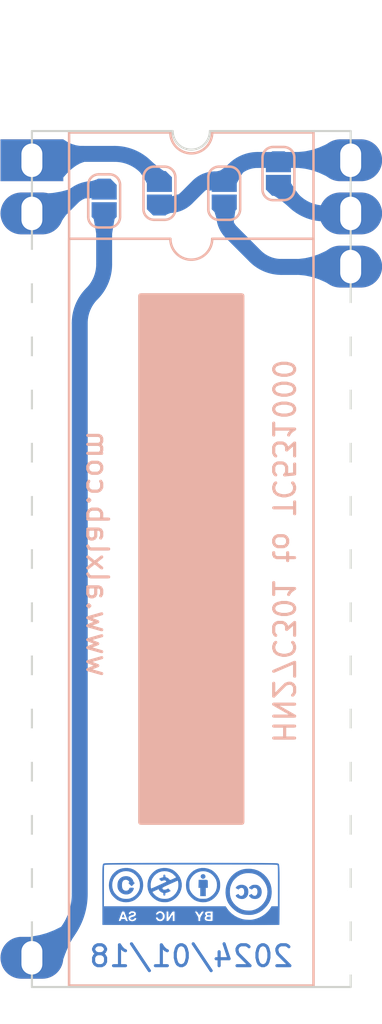
<source format=kicad_pcb>
(kicad_pcb (version 20221018) (generator pcbnew)
  (layers (0 "F.Cu" signal) (31 "B.Cu" signal) (34 "B.Paste" user) (35 "F.Paste" user) (36 "B.SilkS" user "B.Silkscreen") (37 "F.SilkS" user "F.Silkscreen") (38 "B.Mask" user) (39 "F.Mask" user) (44 "Edge.Cuts" user))
  (net 0 "")
  (net 1 "Net-(JP1-A)")
  (net 2 "VCC")
  (net 3 "Net-(JP2-B)")
  (net 4 "Net-(JP3-B)")
  (net 5 "Net-(JP4-A)")
  (net 6 "GND")
  (footprint "alxlab:HN27C301-to-TC531000_DIP-32_W15.24mm_LongPads" (layer "F.Cu") (at 132.588 75.311)
    (fp_text reference "U1" hide)
    (fp_text value "HN27C301")
    (fp_line (start 1.778 -1.33) (end 1.778 39.43) (stroke (width 0.12)) (layer "B.SilkS"))
    (fp_line (start 1.778 39.43) (end 13.462 39.43) (stroke (width 0.12)) (layer "B.SilkS"))
    (fp_line (start 6.62 -1.33) (end 1.778 -1.33) (stroke (width 0.12)) (layer "B.SilkS"))
    (fp_line (start 13.462 -1.33) (end 8.62 -1.33) (stroke (width 0.12)) (layer "B.SilkS"))
    (fp_line (start 13.462 39.43) (end 13.462 -1.33) (stroke (width 0.12)) (layer "B.SilkS"))
    (fp_arc (start 8.62 -1.33) (mid 7.62 -0.33) (end 6.62 -1.33) (stroke (width 0.12)) (layer "B.SilkS"))
    (pad "1" thru_hole rect (at 0 0) (size 3 2) (drill oval 1 1.6) (layers "*.Cu" "*.Mask") (net 4 "Net-(JP3-B)"))
    (pad "2" thru_hole oval (at 0 2.54) (size 3 2) (drill oval 1 1.6) (layers "*.Cu" "*.Mask") (net 5 "Net-(JP4-A)"))
    (pad "31" thru_hole oval (at 15.24 2.54) (size 3 2) (drill oval 1 1.6) (layers "*.Cu" "*.Mask") (net 3 "Net-(JP2-B)"))
    (pad "32" thru_hole oval (at 15.24 0) (size 3 2) (drill oval 1 1.6) (layers "*.Cu" "*.Mask") (net 2 "VCC"))
  )
  (footprint "alxlab:cc_by_nc_sa_front_silk_screen" (layer "F.Cu") (at 140.208 110.363)
    (fp_text reference "G***" hide)
    (fp_text value "LOGO" hide)
    (fp_poly (pts (xy 0.783302 1.094047) (xy 0.744868 1.115907) (xy 0.730096 1.151219) (xy 0.729979 1.155297) (xy 0.73926 1.186906) (xy 0.76894 1.205737) (xy 0.821775 1.213266) (xy 0.838635 1.213556) (xy 0.913423 1.213556) (xy 0.913423 1.086556) (xy 0.843876 1.086556) (xy 0.783302 1.094047)) (stroke (width 0.01)) (fill solid) (layer "B.Cu"))
    (fp_poly (pts (xy 0.83934 0.920013) (xy 0.796254 0.923414) (xy 0.774275 0.930143) (xy 0.766308 0.944662) (xy 0.765257 0.966611) (xy 0.766868 0.991325) (xy 0.776429 1.004435) (xy 0.801035 1.010404) (xy 0.83934 1.01321) (xy 0.913423 1.017475) (xy 0.913423 0.915748) (xy 0.83934 0.920013)) (stroke (width 0.01)) (fill solid) (layer "B.Cu"))
    (fp_poly (pts (xy -3.271649 0.993716) (xy -3.282685 1.023748) (xy -3.295982 1.064899) (xy -3.304338 1.094848) (xy -3.305799 1.103181) (xy -3.293283 1.110478) (xy -3.262059 1.114503) (xy -3.24998 1.114778) (xy -3.194162 1.114778) (xy -3.214205 1.05797) (xy -3.233946 1.004913) (xy -3.248237 0.97745) (xy -3.259872 0.974184) (xy -3.271649 0.993716)) (stroke (width 0.01)) (fill solid) (layer "B.Cu"))
    (fp_poly (pts (xy 0.514009 -0.934167) (xy 0.476398 -0.904783) (xy 0.455336 -0.863967) (xy 0.454167 -0.818391) (xy 0.476232 -0.77473) (xy 0.478203 -0.772498) (xy 0.521553 -0.736928) (xy 0.56638 -0.727687) (xy 0.611451 -0.739932) (xy 0.651794 -0.769725) (xy 0.671645 -0.810339) (xy 0.672548 -0.854967) (xy 0.656047 -0.8968) (xy 0.623687 -0.929028) (xy 0.577013 -0.944844) (xy 0.564827 -0.945444) (xy 0.514009 -0.934167)) (stroke (width 0.01)) (fill solid) (layer "B.Cu"))
    (fp_poly (pts (xy 0.551652 -0.674214) (xy 0.356035 -0.670278) (xy 0.352097 -0.483305) (xy 0.34816 -0.296333) (xy 0.433646 -0.296333) (xy 0.433646 0.098778) (xy 0.687646 0.098778) (xy 0.687646 -0.296333) (xy 0.786423 -0.296333) (xy 0.786423 -0.470994) (xy 0.785557 -0.550553) (xy 0.782691 -0.605855) (xy 0.777422 -0.640821) (xy 0.769349 -0.659372) (xy 0.766846 -0.661903) (xy 0.743167 -0.669354) (xy 0.693365 -0.673706) (xy 0.61671 -0.675001) (xy 0.551652 -0.674214)) (stroke (width 0.01)) (fill solid) (layer "B.Cu"))
    (fp_poly (pts (xy 2.346424 -0.434383) (xy 2.263507 -0.412317) (xy 2.192905 -0.371679) (xy 2.176756 -0.357429) (xy 2.147789 -0.326821) (xy 2.129841 -0.303092) (xy 2.126979 -0.295924) (xy 2.138525 -0.282669) (xy 2.168154 -0.262836) (xy 2.1935 -0.248956) (xy 2.260021 -0.215149) (xy 2.297939 -0.255741) (xy 2.345394 -0.287408) (xy 2.402822 -0.297585) (xy 2.460296 -0.284789) (xy 2.467768 -0.281086) (xy 2.499672 -0.249492) (xy 2.522099 -0.198695) (xy 2.533898 -0.136461) (xy 2.533919 -0.070553) (xy 2.521014 -0.008735) (xy 2.511485 0.014095) (xy 2.474649 0.061674) (xy 2.426111 0.088973) (xy 2.372721 0.095141) (xy 2.321328 0.079329) (xy 2.28029 0.042767) (xy 2.250274 0.002167) (xy 2.188626 0.032118) (xy 2.148355 0.053465) (xy 2.130947 0.071082) (xy 2.133267 0.092216) (xy 2.150148 0.121019) (xy 2.196183 0.168044) (xy 2.261457 0.204372) (xy 2.33836 0.228004) (xy 2.41928 0.23694) (xy 2.496608 0.229181) (xy 2.527209 0.220085) (xy 2.604993 0.176975) (xy 2.664445 0.1135) (xy 2.704283 0.031783) (xy 2.723227 -0.066054) (xy 2.72468 -0.107222) (xy 2.715201 -0.205642) (xy 2.686643 -0.285361) (xy 2.637374 -0.349865) (xy 2.594812 -0.384363) (xy 2.519503 -0.420885) (xy 2.434232 -0.437398) (xy 2.346424 -0.434383)) (stroke (width 0.01)) (fill solid) (layer "B.Cu"))
    (fp_poly (pts (xy 2.955837 -0.430169) (xy 2.923701 -0.42315) (xy 2.888595 -0.406461) (xy 2.84771 -0.379884) (xy 2.808252 -0.34913) (xy 2.777428 -0.319909) (xy 2.762442 -0.297935) (xy 2.761979 -0.294962) (xy 2.773512 -0.282257) (xy 2.803109 -0.262789) (xy 2.8285 -0.248956) (xy 2.895021 -0.215149) (xy 2.932939 -0.255741) (xy 2.980828 -0.289187) (xy 3.034427 -0.299073) (xy 3.086536 -0.286643) (xy 3.129955 -0.25314) (xy 3.151229 -0.218039) (xy 3.169042 -0.149953) (xy 3.169837 -0.079033) (xy 3.155265 -0.012355) (xy 3.126974 0.043006) (xy 3.086611 0.079973) (xy 3.081128 0.082793) (xy 3.030951 0.092871) (xy 2.976361 0.083359) (xy 2.929011 0.057464) (xy 2.908949 0.035432) (xy 2.886699 0.001475) (xy 2.824339 0.031771) (xy 2.788162 0.052275) (xy 2.76566 0.070663) (xy 2.761979 0.077744) (xy 2.772356 0.09947) (xy 2.798837 0.130614) (xy 2.834447 0.16435) (xy 2.872212 0.193852) (xy 2.894539 0.207487) (xy 2.946536 0.224633) (xy 3.013551 0.233858) (xy 3.083335 0.234521) (xy 3.143641 0.225983) (xy 3.158712 0.221287) (xy 3.241355 0.178906) (xy 3.301669 0.121147) (xy 3.340711 0.046342) (xy 3.359536 -0.047174) (xy 3.361701 -0.099154) (xy 3.351821 -0.20086) (xy 3.321371 -0.284673) (xy 3.26914 -0.353235) (xy 3.230358 -0.385642) (xy 3.190232 -0.411115) (xy 3.150947 -0.425689) (xy 3.100536 -0.433115) (xy 3.072896 -0.435021) (xy 3.012111 -0.435289) (xy 2.955837 -0.430169)) (stroke (width 0.01)) (fill solid) (layer "B.Cu"))
    (fp_poly (pts (xy -3.230489 -0.83582) (xy -3.325989 -0.799392) (xy -3.405972 -0.739591) (xy -3.469577 -0.656959) (xy -3.492003 -0.613833) (xy -3.514109 -0.542928) (xy -3.525169 -0.457479) (xy -3.525108 -0.367908) (xy -3.513854 -0.284634) (xy -3.494736 -0.225061) (xy -3.437879 -0.133601) (xy -3.36267 -0.061429) (xy -3.273075 -0.010562) (xy -3.173065 0.016983) (xy -3.066606 0.019188) (xy -3.026176 0.013138) (xy -2.937923 -0.018059) (xy -2.861072 -0.072496) (xy -2.800799 -0.145889) (xy -2.77611 -0.193927) (xy -2.757783 -0.243163) (xy -2.755311 -0.27352) (xy -2.772033 -0.289489) (xy -2.811286 -0.295563) (xy -2.852202 -0.296333) (xy -2.903274 -0.295833) (xy -2.933173 -0.292427) (xy -2.948944 -0.283254) (xy -2.957636 -0.265455) (xy -2.961679 -0.251908) (xy -2.990229 -0.199241) (xy -3.039102 -0.164812) (xy -3.105839 -0.1502) (xy -3.120634 -0.149795) (xy -3.19356 -0.16078) (xy -3.249708 -0.193925) (xy -3.289286 -0.249515) (xy -3.312506 -0.327836) (xy -3.3196 -0.420259) (xy -3.313927 -0.509557) (xy -3.295303 -0.577697) (xy -3.262236 -0.629309) (xy -3.247645 -0.643731) (xy -3.191953 -0.67588) (xy -3.128303 -0.685209) (xy -3.064317 -0.672432) (xy -3.007615 -0.638262) (xy -2.989329 -0.61954) (xy -2.960734 -0.578248) (xy -2.955223 -0.550445) (xy -2.972858 -0.537212) (xy -2.984618 -0.536222) (xy -2.997646 -0.533647) (xy -2.997051 -0.523528) (xy -2.980644 -0.502272) (xy -2.946234 -0.466288) (xy -2.935229 -0.455237) (xy -2.854243 -0.374251) (xy -2.773258 -0.455237) (xy -2.734173 -0.495527) (xy -2.713909 -0.520227) (xy -2.710351 -0.532677) (xy -2.721387 -0.536218) (xy -2.722035 -0.536222) (xy -2.743103 -0.542797) (xy -2.758674 -0.566657) (xy -2.769447 -0.59926) (xy -2.807932 -0.688841) (xy -2.866882 -0.760085) (xy -2.944029 -0.811384) (xy -3.03711 -0.841129) (xy -3.120335 -0.84833) (xy -3.230489 -0.83582)) (stroke (width 0.01)) (fill solid) (layer "B.Cu"))
    (fp_poly (pts (xy -3.161643 -1.238197) (xy -3.290594 -1.223405) (xy -3.404156 -1.192699) (xy -3.511958 -1.143233) (xy -3.5426 -1.125526) (xy -3.660459 -1.038881) (xy -3.758516 -0.934727) (xy -3.835938 -0.81645) (xy -3.891896 -0.687434) (xy -3.925556 -0.551066) (xy -3.936087 -0.410731) (xy -3.922659 -0.269815) (xy -3.884439 -0.131703) (xy -3.820596 0.000219) (xy -3.819523 0.001994) (xy -3.768571 0.071969) (xy -3.700346 0.146056) (xy -3.623113 0.216353) (xy -3.545139 0.27496) (xy -3.51338 0.294634) (xy -3.394411 0.347682) (xy -3.26209 0.380484) (xy -3.123585 0.392173) (xy -2.986063 0.381879) (xy -2.915584 0.367097) (xy -2.818886 0.337076) (xy -2.735893 0.299527) (xy -2.658634 0.249694) (xy -2.579136 0.182821) (xy -2.53398 0.139451) (xy -2.438938 0.026991) (xy -2.369363 -0.09684) (xy -2.324874 -0.232993) (xy -2.305088 -0.382419) (xy -2.30391 -0.431867) (xy -2.303942 -0.43229) (xy -2.448565 -0.43229) (xy -2.457717 -0.310927) (xy -2.489167 -0.1936) (xy -2.542187 -0.083336) (xy -2.616047 0.016838) (xy -2.710018 0.103894) (xy -2.823369 0.174805) (xy -2.917559 0.214506) (xy -2.989366 0.230893) (xy -3.077517 0.238392) (xy -3.171536 0.23691) (xy -3.260947 0.22635) (xy -3.299306 0.217989) (xy -3.383826 0.189626) (xy -3.461235 0.148613) (xy -3.539917 0.090077) (xy -3.580116 0.054766) (xy -3.669564 -0.044444) (xy -3.733451 -0.155408) (xy -3.771989 -0.278623) (xy -3.785393 -0.414585) (xy -3.785409 -0.421063) (xy -3.774359 -0.555826) (xy -3.740514 -0.676172) (xy -3.68217 -0.786166) (xy -3.597619 -0.889874) (xy -3.582039 -0.905666) (xy -3.478105 -0.989997) (xy -3.363511 -1.049993) (xy -3.241839 -1.085685) (xy -3.116669 -1.097104) (xy -2.991583 -1.084283) (xy -2.870161 -1.047251) (xy -2.755985 -0.98604) (xy -2.652635 -0.900682) (xy -2.649546 -0.897551) (xy -2.562204 -0.790319) (xy -2.500079 -0.675013) (xy -2.462443 -0.554661) (xy -2.448565 -0.43229) (xy -2.303942 -0.43229) (xy -2.314897 -0.576195) (xy -2.348844 -0.707659) (xy -2.40723 -0.829725) (xy -2.491531 -0.945858) (xy -2.550187 -1.009167) (xy -2.66162 -1.104925) (xy -2.77976 -1.174367) (xy -2.9074 -1.218538) (xy -3.047332 -1.238484) (xy -3.161643 -1.238197)) (stroke (width 0.01)) (fill solid) (layer "B.Cu"))
    (fp_poly (pts (xy 0.364369 -1.217938) (xy 0.230109 -1.172392) (xy 0.105583 -1.103776) (xy -0.006174 -1.012874) (xy -0.102129 -0.900469) (xy -0.114743 -0.882143) (xy -0.176838 -0.776504) (xy -0.21832 -0.672801) (xy -0.241778 -0.562243) (xy -0.249803 -0.436036) (xy -0.249856 -0.423333) (xy -0.241888 -0.287254) (xy -0.216794 -0.168243) (xy -0.17279 -0.059679) (xy -0.133708 0.007642) (xy -0.071658 0.088695) (xy 0.007302 0.170339) (xy 0.093569 0.243495) (xy 0.170319 0.295034) (xy 0.282814 0.345239) (xy 0.41046 0.377999) (xy 0.545294 0.392064) (xy 0.679353 0.386181) (xy 0.715868 0.380754) (xy 0.845247 0.344486) (xy 0.968798 0.283576) (xy 1.082787 0.201526) (xy 1.183481 0.10184) (xy 1.267143 -0.011981) (xy 1.330041 -0.136434) (xy 1.358077 -0.221589) (xy 1.372092 -0.30243) (xy 1.378043 -0.398398) (xy 1.3777 -0.414661) (xy 1.233396 -0.414661) (xy 1.220691 -0.290517) (xy 1.187353 -0.174009) (xy 1.154799 -0.105833) (xy 1.094461 -0.020522) (xy 1.016069 0.060483) (xy 0.92651 0.131753) (xy 0.832669 0.187858) (xy 0.741432 0.223366) (xy 0.735373 0.224927) (xy 0.697822 0.230424) (xy 0.641089 0.234217) (xy 0.574188 0.235836) (xy 0.531413 0.23554) (xy 0.462508 0.233544) (xy 0.412704 0.229498) (xy 0.372879 0.221427) (xy 0.333913 0.207358) (xy 0.286682 0.185316) (xy 0.276733 0.180416) (xy 0.168932 0.112994) (xy 0.071491 0.024702) (xy -0.008955 -0.077732) (xy -0.049991 -0.150818) (xy -0.069054 -0.192473) (xy -0.081888 -0.226968) (xy -0.089722 -0.261658) (xy -0.093786 -0.303899) (xy -0.095308 -0.361046) (xy -0.095521 -0.423333) (xy -0.095231 -0.497305) (xy -0.093453 -0.550575) (xy -0.088827 -0.590665) (xy -0.079994 -0.625094) (xy -0.065594 -0.661382) (xy -0.044265 -0.707052) (xy -0.044176 -0.707239) (xy 0.024967 -0.821779) (xy 0.111954 -0.917406) (xy 0.213344 -0.99323) (xy 0.325696 -1.048364) (xy 0.44557 -1.081918) (xy 0.569523 -1.093004) (xy 0.694115 -1.080733) (xy 0.815906 -1.044217) (xy 0.931454 -0.982567) (xy 0.955793 -0.965471) (xy 1.037375 -0.893285) (xy 1.111147 -0.805325) (xy 1.169806 -0.711067) (xy 1.194699 -0.655456) (xy 1.224916 -0.538841) (xy 1.233396 -0.414661) (xy 1.3777 -0.414661) (xy 1.375948 -0.497582) (xy 1.365821 -0.588067) (xy 1.357523 -0.627206) (xy 1.313738 -0.748428) (xy 1.24858 -0.865658) (xy 1.166522 -0.973278) (xy 1.07204 -1.065673) (xy 0.969608 -1.137225) (xy 0.938043 -1.153764) (xy 0.795199 -1.208327) (xy 0.649949 -1.236688) (xy 0.505327 -1.239631) (xy 0.364369 -1.217938)) (stroke (width 0.01)) (fill solid) (layer "B.Cu"))
    (fp_poly (pts (xy 2.62906 -1.197405) (xy 2.513365 -1.182743) (xy 2.405397 -1.15577) (xy 2.325578 -1.127211) (xy 2.171756 -1.051252) (xy 2.034533 -0.953945) (xy 1.91537 -0.83776) (xy 1.815727 -0.705168) (xy 1.737065 -0.558638) (xy 1.680845 -0.400641) (xy 1.648528 -0.233647) (xy 1.641574 -0.060127) (xy 1.647176 0.020072) (xy 1.670329 0.168685) (xy 1.70846 0.299788) (xy 1.764484 0.41936) (xy 1.841314 0.53338) (xy 1.941865 0.647829) (xy 1.964054 0.670278) (xy 2.07155 0.76877) (xy 2.175842 0.845252) (xy 2.283953 0.904016) (xy 2.402903 0.949356) (xy 2.437423 0.959749) (xy 2.527094 0.978971) (xy 2.632868 0.991498) (xy 2.744532 0.996909) (xy 2.851873 0.994778) (xy 2.944678 0.984685) (xy 2.961562 0.981472) (xy 3.119067 0.936557) (xy 3.263154 0.869532) (xy 3.397711 0.778265) (xy 3.503109 0.684389) (xy 3.619269 0.5565) (xy 3.709013 0.427051) (xy 3.77404 0.292017) (xy 3.81605 0.147374) (xy 3.836741 -0.010904) (xy 3.839635 -0.112889) (xy 3.838849 -0.123213) (xy 3.646552 -0.123213) (xy 3.636378 0.028989) (xy 3.598511 0.182367) (xy 3.594701 0.193419) (xy 3.533178 0.327483) (xy 3.448263 0.451295) (xy 3.343832 0.561542) (xy 3.223763 0.654914) (xy 3.091935 0.728098) (xy 2.952224 0.777781) (xy 2.896035 0.790146) (xy 2.826623 0.797231) (xy 2.740841 0.798013) (xy 2.649686 0.793093) (xy 2.564153 0.783072) (xy 2.495236 0.768553) (xy 2.493868 0.768151) (xy 2.368005 0.71867) (xy 2.24424 0.647114) (xy 2.131632 0.558757) (xy 2.127197 0.554679) (xy 2.019092 0.439647) (xy 1.93771 0.31834) (xy 1.881755 0.187866) (xy 1.849933 0.04533) (xy 1.840914 -0.084666) (xy 1.843204 -0.192603) (xy 1.854021 -0.283816) (xy 1.875711 -0.369123) (xy 1.910621 -0.459337) (xy 1.932595 -0.507207) (xy 1.965749 -0.571346) (xy 2.001015 -0.625609) (xy 2.045112 -0.679132) (xy 2.104012 -0.740309) (xy 2.221433 -0.842306) (xy 2.343223 -0.917748) (xy 2.47342 -0.9683) (xy 2.61606 -0.995626) (xy 2.738212 -1.001889) (xy 2.899622 -0.990087) (xy 3.045993 -0.954561) (xy 3.177847 -0.895132) (xy 3.295708 -0.811618) (xy 3.299112 -0.808671) (xy 3.420081 -0.687167) (xy 3.515798 -0.556215) (xy 3.585774 -0.417469) (xy 3.629521 -0.272584) (xy 3.646552 -0.123213) (xy 3.838849 -0.123213) (xy 3.82628 -0.288167) (xy 3.787334 -0.452084) (xy 3.722198 -0.606285) (xy 3.630273 -0.752414) (xy 3.586402 -0.80833) (xy 3.462865 -0.936565) (xy 3.326017 -1.040104) (xy 3.176823 -1.118489) (xy 3.016245 -1.171261) (xy 2.845247 -1.197961) (xy 2.761979 -1.20137) (xy 2.62906 -1.197405)) (stroke (width 0.01)) (fill solid) (layer "B.Cu"))
    (fp_poly (pts (xy -1.461728 -1.221704) (xy -1.596593 -1.181143) (xy -1.680942 -1.140738) (xy -1.754163 -1.090835) (xy -1.830521 -1.024341) (xy -1.902857 -0.948705) (xy -1.964013 -0.871379) (xy -2.005224 -0.803168) (xy -2.059523 -0.661225) (xy -2.088375 -0.513563) (xy -2.091739 -0.364416) (xy -2.069572 -0.218015) (xy -2.021834 -0.07859) (xy -2.012554 -0.058724) (xy -1.948269 0.045847) (xy -1.861963 0.144624) (xy -1.759835 0.2323) (xy -1.648082 0.303569) (xy -1.532902 0.353125) (xy -1.530705 0.353827) (xy -1.435401 0.375908) (xy -1.327085 0.387921) (xy -1.217525 0.389304) (xy -1.118488 0.379496) (xy -1.094245 0.374667) (xy -0.966085 0.331823) (xy -0.843433 0.264709) (xy -0.731162 0.177271) (xy -0.634149 0.073454) (xy -0.557267 -0.042796) (xy -0.542414 -0.071978) (xy -0.486827 -0.216826) (xy -0.459453 -0.361154) (xy -0.459981 -0.452052) (xy -0.611769 -0.452052) (xy -0.614272 -0.366158) (xy -0.623986 -0.284313) (xy -0.637311 -0.227061) (xy -0.688577 -0.108214) (xy -0.763145 -0.000183) (xy -0.856885 0.092847) (xy -0.965668 0.166697) (xy -1.071727 0.212881) (xy -1.158041 0.231931) (xy -1.257307 0.239031) (xy -1.359704 0.234602) (xy -1.455411 0.219068) (xy -1.534308 0.192989) (xy -1.594484 0.161184) (xy -1.657829 0.121731) (xy -1.691678 0.097543) (xy -1.735635 0.060043) (xy -1.778346 0.017536) (xy -1.81562 -0.024939) (xy -1.843266 -0.06234) (xy -1.857093 -0.089627) (xy -1.856104 -0.100215) (xy -1.839453 -0.109823) (xy -1.802661 -0.127884) (xy -1.75149 -0.151645) (xy -1.7025 -0.173603) (xy -1.559701 -0.236644) (xy -1.537591 -0.19028) (xy -1.499451 -0.137322) (xy -1.444246 -0.092848) (xy -1.383132 -0.065587) (xy -1.376104 -0.063924) (xy -1.347605 -0.055709) (xy -1.334294 -0.041163) (xy -1.33043 -0.01126) (xy -1.330243 0.008177) (xy -1.328957 0.04678) (xy -1.321603 0.064897) (xy -1.30294 0.070251) (xy -1.28791 0.070556) (xy -1.261609 0.068626) (xy -1.249336 0.057659) (xy -1.245765 0.029893) (xy -1.245577 0.008859) (xy -1.244296 -0.029644) (xy -1.235469 -0.048919) (xy -1.211619 -0.057956) (xy -1.186407 -0.062299) (xy -1.138373 -0.075058) (xy -1.083569 -0.096712) (xy -1.058709 -0.109058) (xy -0.990181 -0.146356) (xy -1.103541 -0.259716) (xy -1.158841 -0.228636) (xy -1.212532 -0.207248) (xy -1.270313 -0.19793) (xy -1.322974 -0.201043) (xy -1.361302 -0.21695) (xy -1.365279 -0.220496) (xy -1.381417 -0.251635) (xy -1.383926 -0.280156) (xy -1.380819 -0.291737) (xy -1.372441 -0.303487) (xy -1.356 -0.316919) (xy -1.3287 -0.333546) (xy -1.28775 -0.354882) (xy -1.230353 -0.382442) (xy -1.153717 -0.417738) (xy -1.055048 -0.462284) (xy -1.012743 -0.481258) (xy -0.645854 -0.645642) (xy -0.6293 -0.59446) (xy -0.616702 -0.531613) (xy -0.611769 -0.452052) (xy -0.459981 -0.452052) (xy -0.460291 -0.505183) (xy -0.489341 -0.649135) (xy -0.542367 -0.784567) (xy -0.548228 -0.794354) (xy -0.723485 -0.794354) (xy -0.735624 -0.784602) (xy -0.768633 -0.766396) (xy -0.817428 -0.742365) (xy -0.875114 -0.715941) (xy -0.946958 -0.685369) (xy -0.995911 -0.667681) (xy -1.023877 -0.66228) (xy -1.032467 -0.666552) (xy -1.052529 -0.697414) (xy -1.089422 -0.731957) (xy -1.133937 -0.76299) (xy -1.176861 -0.783323) (xy -1.184962 -0.785596) (xy -1.219024 -0.795829) (xy -1.235305 -0.811602) (xy -1.241637 -0.842668) (xy -1.24286 -0.857706) (xy -1.247282 -0.895231) (xy -1.25725 -0.912402) (xy -1.278822 -0.917079) (xy -1.288721 -0.917222) (xy -1.31453 -0.915217) (xy -1.32657 -0.90403) (xy -1.330065 -0.875901) (xy -1.330243 -0.855568) (xy -1.331725 -0.816954) (xy -1.340291 -0.797712) (xy -1.362123 -0.78901) (xy -1.378911 -0.786017) (xy -1.41901 -0.776154) (xy -1.462158 -0.760641) (xy -1.499878 -0.74319) (xy -1.523694 -0.727512) (xy -1.527799 -0.720827) (xy -1.518512 -0.706072) (xy -1.494964 -0.679754) (xy -1.480097 -0.664858) (xy -1.432396 -0.618624) (xy -1.364904 -0.641538) (xy -1.312752 -0.65436) (xy -1.267421 -0.657072) (xy -1.257266 -0.655635) (xy -1.226249 -0.641298) (xy -1.202096 -0.617912) (xy -1.191575 -0.593698) (xy -1.195735 -0.580875) (xy -1.21093 -0.572384) (xy -1.247867 -0.554383) (xy -1.302449 -0.528718) (xy -1.370582 -0.497233) (xy -1.448169 -0.461774) (xy -1.531115 -0.424186) (xy -1.615324 -0.386313) (xy -1.6967 -0.350002) (xy -1.771149 -0.317097) (xy -1.834573 -0.289444) (xy -1.882878 -0.268887) (xy -1.911968 -0.257272) (xy -1.918259 -0.255366) (xy -1.929092 -0.267916) (xy -1.938786 -0.304792) (xy -1.944771 -0.347343) (xy -1.94582 -0.484663) (xy -1.919747 -0.616257) (xy -1.867478 -0.739518) (xy -1.789938 -0.851842) (xy -1.749896 -0.895293) (xy -1.656062 -0.976476) (xy -1.557843 -1.034245) (xy -1.446961 -1.073142) (xy -1.409634 -1.081884) (xy -1.282309 -1.095423) (xy -1.153944 -1.084037) (xy -1.030984 -1.048955) (xy -0.919872 -0.991406) (xy -0.913965 -0.987431) (xy -0.879978 -0.961004) (xy -0.839632 -0.924976) (xy -0.798372 -0.884868) (xy -0.761644 -0.846197) (xy -0.734892 -0.814485) (xy -0.723563 -0.79525) (xy -0.723485 -0.794354) (xy -0.548228 -0.794354) (xy -0.589463 -0.8632) (xy -0.654404 -0.94585) (xy -0.730295 -1.025433) (xy -0.810243 -1.094861) (xy -0.887354 -1.147048) (xy -0.903237 -1.155503) (xy -1.034471 -1.206533) (xy -1.175045 -1.234506) (xy -1.319338 -1.239527) (xy -1.461728 -1.221704)) (stroke (width 0.01)) (fill solid) (layer "B.Cu"))
    (fp_poly (pts (xy -0.404334 -1.48423) (xy -0.69952 -1.484015) (xy -0.991572 -1.483693) (xy -1.279128 -1.483264) (xy -1.560824 -1.482727) (xy -1.835297 -1.482084) (xy -2.101184 -1.481334) (xy -2.357121 -1.480477) (xy -2.601745 -1.479513) (xy -2.833692 -1.478443) (xy -3.0516 -1.477266) (xy -3.254106 -1.475982) (xy -3.439845 -1.474593) (xy -3.607455 -1.473097) (xy -3.755572 -1.471495) (xy -3.882834 -1.469787) (xy -3.987876 -1.467973) (xy -4.069336 -1.466053) (xy -4.12585 -1.464028) (xy -4.156055 -1.461897) (xy -4.160482 -1.461008) (xy -4.175004 -1.455317) (xy -4.187897 -1.450006) (xy -4.199255 -1.443458) (xy -4.20917 -1.434053) (xy -4.217733 -1.420173) (xy -4.225038 -1.4002) (xy -4.231178 -1.372515) (xy -4.236244 -1.335501) (xy -4.240329 -1.287538) (xy -4.243525 -1.227009) (xy -4.245926 -1.152294) (xy -4.247623 -1.061776) (xy -4.248709 -0.953836) (xy -4.249277 -0.826855) (xy -4.249419 -0.679216) (xy -4.249227 -0.5093) (xy -4.248794 -0.315488) (xy -4.248212 -0.096162) (xy -4.247784 0.066738) (xy -4.244188 1.474611) (xy -0.023813 1.478162) (xy 0.319541 1.47842) (xy 0.655587 1.478611) (xy 0.98323 1.478736) (xy 1.301374 1.478798) (xy 1.608924 1.478798) (xy 1.904785 1.478736) (xy 2.187859 1.478616) (xy 2.457053 1.478438) (xy 2.711269 1.478203) (xy 2.949413 1.477914) (xy 3.170389 1.477572) (xy 3.3731 1.477178) (xy 3.556452 1.476734) (xy 3.719349 1.476241) (xy 3.860695 1.475702) (xy 3.979394 1.475117) (xy 4.074352 1.474488) (xy 4.144471 1.473816) (xy 4.188656 1.473103) (xy 4.205813 1.472351) (xy 4.205993 1.472283) (xy 4.207311 1.457148) (xy 4.208574 1.415699) (xy 4.20977 1.349842) (xy 4.210886 1.261485) (xy 4.211909 1.152534) (xy 4.212826 1.024897) (xy 4.213626 0.880481) (xy 4.214294 0.721193) (xy 4.21482 0.548941) (xy 4.215189 0.365631) (xy 4.21539 0.173172) (xy 4.215423 0.053392) (xy 4.215452 -0.182988) (xy 4.215475 -0.39277) (xy 4.215472 -0.401697) (xy 4.144868 -0.401697) (xy 4.144868 0.592667) (xy 3.840624 0.592667) (xy 3.770496 0.700069) (xy 3.670755 0.828635) (xy 3.549159 0.945111) (xy 3.410721 1.046048) (xy 3.260453 1.127995) (xy 3.103367 1.187502) (xy 3.037146 1.204842) (xy 2.971963 1.219353) (xy 2.922214 1.229062) (xy 2.879315 1.23473) (xy 2.834686 1.237118) (xy 2.779745 1.236987) (xy 2.705908 1.235099) (xy 2.698479 1.234882) (xy 2.603313 1.230145) (xy 2.525117 1.221182) (xy 2.452765 1.206419) (xy 2.405016 1.193386) (xy 2.2291 1.128057) (xy 2.066784 1.040394) (xy 1.920786 0.932358) (xy 1.820578 0.832556) (xy 1.026312 0.832556) (xy 1.026312 1.055982) (xy 1.025746 1.132692) (xy 1.024184 1.199253) (xy 1.021827 1.250648) (xy 1.018879 1.281858) (xy 1.016905 1.288815) (xy 0.996288 1.295062) (xy 0.955207 1.298248) (xy 0.901224 1.298634) (xy 0.8419 1.296478) (xy 0.784799 1.292041) (xy 0.737481 1.285583) (xy 0.709495 1.27825) (xy 0.662286 1.248204) (xy 0.637295 1.204364) (xy 0.631201 1.153443) (xy 0.643527 1.101397) (xy 0.665655 1.073219) (xy 0.700109 1.040851) (xy 0.671239 1.001801) (xy 0.6508 0.961636) (xy 0.652013 0.918838) (xy 0.663607 0.884217) (xy 0.683617 0.86004) (xy 0.71652 0.844568) (xy 0.7497 0.838955) (xy 0.602979 0.838955) (xy 0.596111 0.852841) (xy 0.577441 0.885798) (xy 0.549869 0.932806) (xy 0.518312 0.985507) (xy 0.481507 1.047472) (xy 0.457235 1.092522) (xy 0.44291 1.127574) (xy 0.435948 1.159543) (xy 0.433762 1.195345) (xy 0.433646 1.211941) (xy 0.433646 1.298222) (xy 0.334868 1.298222) (xy 0.334868 1.206996) (xy 0.333915 1.164706) (xy 0.32927 1.130632) (xy 0.318255 1.097261) (xy 0.298193 1.057077) (xy 0.266405 1.002567) (xy 0.255663 0.984746) (xy 0.222815 0.930394) (xy 0.195381 0.884971) (xy 0.17665 0.853927) (xy 0.170163 0.843139) (xy 0.178557 0.836631) (xy 0.207127 0.832901) (xy 0.221494 0.832556) (xy -0.794021 0.832556) (xy -0.794021 1.298222) (xy -0.892799 1.298222) (xy -0.892799 1.147234) (xy -0.893691 1.076976) (xy -0.896539 1.032633) (xy -0.901597 1.011949) (xy -0.908163 1.011609) (xy -0.92152 1.029431) (xy -0.945742 1.065737) (xy -0.977116 1.114848) (xy -1.004581 1.15907) (xy -1.040841 1.217258) (xy -1.067041 1.25552) (xy -1.087448 1.278242) (xy -1.106332 1.289812) (xy -1.127962 1.294616) (xy -1.137383 1.295546) (xy -1.189132 1.299926) (xy -1.189132 1.064492) (xy -1.262715 1.064492) (xy -1.272701 1.138925) (xy -1.299908 1.197254) (xy -1.344534 1.250144) (xy -1.397906 1.288329) (xy -1.421521 1.297961) (xy -1.477841 1.305613) (xy -1.540607 1.300177) (xy -1.595593 1.283346) (xy -1.609611 1.275576) (xy -1.642037 1.245691) (xy -1.671973 1.204371) (xy -1.692329 1.162652) (xy -1.694313 1.152967) (xy -2.622503 1.152967) (xy -2.625965 1.176439) (xy -2.629285 1.188192) (xy -2.648094 1.23365) (xy -2.678074 1.264468) (xy -2.727181 1.288365) (xy -2.735753 1.291497) (xy -2.791819 1.30768) (xy -2.839617 1.309936) (xy -2.895072 1.298863) (xy -2.897407 1.298222) (xy -3.023988 1.298222) (xy -3.077392 1.298222) (xy -3.113951 1.295265) (xy -3.134006 1.281065) (xy -3.148655 1.248834) (xy -3.15953 1.221879) (xy -3.172607 1.20711) (xy -3.195743 1.200861) (xy -3.236796 1.199465) (xy -3.254488 1.199445) (xy -3.302731 1.200078) (xy -3.330608 1.204421) (xy -3.345977 1.216141) (xy -3.356695 1.238905) (xy -3.360322 1.248834) (xy -3.375847 1.282065) (xy -3.396671 1.295796) (xy -3.426657 1.298222) (xy -3.459064 1.295511) (xy -3.475131 1.288862) (xy -3.475498 1.287639) (xy -3.470983 1.27149) (xy -3.45825 1.233482) (xy -3.438905 1.178218) (xy -3.414551 1.110298) (xy -3.394359 1.054898) (xy -3.312854 0.83274) (xy -3.25641 0.832815) (xy -3.199965 0.832889) (xy -3.137998 0.998528) (xy -3.11137 1.069495) (xy -3.085654 1.137672) (xy -3.06391 1.194965) (xy -3.050009 1.231195) (xy -3.023988 1.298222) (xy -2.897407 1.298222) (xy -2.899462 1.297658) (xy -2.957322 1.268682) (xy -2.994912 1.221465) (xy -3.00939 1.159703) (xy -3.009465 1.154534) (xy -2.997756 1.099319) (xy -2.962043 1.056751) (xy -2.901452 1.025991) (xy -2.864095 1.015367) (xy -2.802959 0.999195) (xy -2.765434 0.983772) (xy -2.747122 0.966374) (xy -2.743628 0.944275) (xy -2.744026 0.940962) (xy -2.752203 0.920459) (xy -2.774306 0.909978) (xy -2.807552 0.905868) (xy -2.84819 0.905832) (xy -2.87281 0.916307) (xy -2.890314 0.937618) (xy -2.91767 0.964127) (xy -2.949626 0.97545) (xy -2.977863 0.971316) (xy -2.994065 0.951452) (xy -2.995354 0.94105) (xy -2.983154 0.901899) (xy -2.951713 0.863472) (xy -2.90877 0.834775) (xy -2.901358 0.831691) (xy -2.841167 0.81894) (xy -2.777653 0.821773) (xy -2.719202 0.838251) (xy -2.6742 0.866431) (xy -2.657106 0.888219) (xy -2.646969 0.921157) (xy -2.642581 0.963158) (xy -2.642577 0.964429) (xy -2.65582 1.015231) (xy -2.695086 1.05636) (xy -2.759675 1.087226) (xy -2.801603 1.098706) (xy -2.862298 1.116781) (xy -2.897368 1.139021) (xy -2.909319 1.167357) (xy -2.908188 1.180836) (xy -2.890643 1.208329) (xy -2.85686 1.22255) (xy -2.815344 1.223807) (xy -2.774597 1.212407) (xy -2.743123 1.188659) (xy -2.73448 1.174551) (xy -2.717062 1.152118) (xy -2.68568 1.143567) (xy -2.668438 1.143) (xy -2.63454 1.144268) (xy -2.622503 1.152967) (xy -1.694313 1.152967) (xy -1.697079 1.139472) (xy -1.685919 1.120777) (xy -1.659256 1.112991) (xy -1.627469 1.115777) (xy -1.60094 1.128797) (xy -1.591325 1.142917) (xy -1.564994 1.185879) (xy -1.523955 1.209962) (xy -1.475711 1.2137) (xy -1.427767 1.195624) (xy -1.407213 1.178919) (xy -1.386147 1.152333) (xy -1.37569 1.120371) (xy -1.372605 1.072381) (xy -1.372577 1.064945) (xy -1.374673 1.015659) (xy -1.383578 0.982968) (xy -1.403221 0.955393) (xy -1.413824 0.944359) (xy -1.460737 0.910734) (xy -1.506471 0.905279) (xy -1.551642 0.927997) (xy -1.570132 0.945445) (xy -1.6124 0.978528) (xy -1.654356 0.987778) (xy -1.684503 0.9854) (xy -1.693224 0.97426) (xy -1.689558 0.956028) (xy -1.657064 0.89091) (xy -1.605315 0.845894) (xy -1.535945 0.822101) (xy -1.489446 0.818467) (xy -1.415709 0.831261) (xy -1.353197 0.866652) (xy -1.304881 0.920248) (xy -1.27373 0.987658) (xy -1.262715 1.064492) (xy -1.189132 1.064492) (xy -1.189132 0.832556) (xy -1.091342 0.832556) (xy -1.08732 0.975776) (xy -1.083299 1.118995) (xy -0.994216 0.975776) (xy -0.956313 0.915307) (xy -0.929218 0.874823) (xy -0.908884 0.850315) (xy -0.891262 0.837774) (xy -0.872303 0.833191) (xy -0.849578 0.832556) (xy -0.794021 0.832556) (xy 0.221494 0.832556) (xy 0.256556 0.83466) (xy 0.279924 0.845169) (xy 0.300936 0.87038) (xy 0.317576 0.897333) (xy 0.349197 0.950348) (xy 0.370618 0.980568) (xy 0.386944 0.988911) (xy 0.40328 0.976293) (xy 0.424731 0.943632) (xy 0.439478 0.919236) (xy 0.467874 0.874104) (xy 0.488826 0.848164) (xy 0.50893 0.836126) (xy 0.534781 0.8327) (xy 0.547556 0.832556) (xy 0.582541 0.834001) (xy 0.601728 0.837604) (xy 0.602979 0.838955) (xy 0.7497 0.838955) (xy 0.766791 0.836064) (xy 0.838908 0.83279) (xy 0.87423 0.832556) (xy 1.026312 0.832556) (xy 1.820578 0.832556) (xy 1.793825 0.805912) (xy 1.704492 0.687837) (xy 1.641838 0.592667) (xy -4.180688 0.592667) (xy -4.180688 -0.381) (xy -4.18067 -0.570347) (xy -4.180579 -0.733492) (xy -4.180358 -0.872452) (xy -4.179949 -0.989247) (xy -4.179297 -1.085895) (xy -4.178344 -1.164416) (xy -4.177033 -1.22683) (xy -4.175308 -1.275153) (xy -4.173111 -1.311407) (xy -4.170386 -1.337609) (xy -4.167076 -1.355779) (xy -4.163124 -1.367936) (xy -4.158472 -1.376098) (xy -4.153065 -1.382285) (xy -4.152465 -1.382889) (xy -4.149471 -1.385658) (xy -4.145579 -1.388241) (xy -4.139826 -1.390642) (xy -4.131252 -1.392869) (xy -4.118894 -1.394929) (xy -4.101791 -1.396827) (xy -4.07898 -1.398571) (xy -4.049501 -1.400167) (xy -4.012392 -1.401621) (xy -3.966689 -1.40294) (xy -3.911433 -1.404131) (xy -3.845661 -1.405201) (xy -3.768412 -1.406155) (xy -3.678722 -1.407) (xy -3.575632 -1.407744) (xy -3.458179 -1.408392) (xy -3.325401 -1.40895) (xy -3.176337 -1.409427) (xy -3.010025 -1.409828) (xy -2.825502 -1.410159) (xy -2.621808 -1.410428) (xy -2.397981 -1.410641) (xy -2.153058 -1.410804) (xy -1.886079 -1.410925) (xy -1.59608 -1.411008) (xy -1.282102 -1.411062) (xy -0.943181 -1.411093) (xy -0.578356 -1.411107) (xy -0.186665 -1.411111) (xy -0.01791 -1.411111) (xy 0.385085 -1.411109) (xy 0.76082 -1.4111) (xy 1.110256 -1.411077) (xy 1.434355 -1.411034) (xy 1.734079 -1.410963) (xy 2.01039 -1.410858) (xy 2.264248 -1.410714) (xy 2.496617 -1.410522) (xy 2.708458 -1.410277) (xy 2.900732 -1.409972) (xy 3.074402 -1.4096) (xy 3.230429 -1.409156) (xy 3.369774 -1.408631) (xy 3.4934 -1.408021) (xy 3.602269 -1.407317) (xy 3.697342 -1.406514) (xy 3.77958 -1.405606) (xy 3.849947 -1.404585) (xy 3.909402 -1.403444) (xy 3.958909 -1.402178) (xy 3.999429 -1.40078) (xy 4.031924 -1.399243) (xy 4.057355 -1.397561) (xy 4.076684 -1.395727) (xy 4.090873 -1.393735) (xy 4.100884 -1.391577) (xy 4.107678 -1.389248) (xy 4.112217 -1.386741) (xy 4.115464 -1.384049) (xy 4.116646 -1.382889) (xy 4.122134 -1.37679) (xy 4.12686 -1.368923) (xy 4.130881 -1.35727) (xy 4.134255 -1.33981) (xy 4.137037 -1.314525) (xy 4.139286 -1.279396) (xy 4.141057 -1.232403) (xy 4.142407 -1.171529) (xy 4.143394 -1.094754) (xy 4.144075 -1.000059) (xy 4.144506 -0.885424) (xy 4.144743 -0.748832) (xy 4.144845 -0.588263) (xy 4.144868 -0.401697) (xy 4.215472 -0.401697) (xy 4.215394 -0.577578) (xy 4.215107 -0.739036) (xy 4.214518 -0.87877) (xy 4.213526 -0.998402) (xy 4.212033 -1.099556) (xy 4.209941 -1.183858) (xy 4.20715 -1.252931) (xy 4.203562 -1.3084) (xy 4.199078 -1.351888) (xy 4.193598 -1.38502) (xy 4.187025 -1.40942) (xy 4.179259 -1.426711) (xy 4.170201 -1.438519) (xy 4.159753 -1.446468) (xy 4.147815 -1.452181) (xy 4.134289 -1.457282) (xy 4.123217 -1.461611) (xy 4.104007 -1.463782) (xy 4.057938 -1.465844) (xy 3.986373 -1.467795) (xy 3.890677 -1.469638) (xy 3.772211 -1.471372) (xy 3.63234 -1.472996) (xy 3.472426 -1.474511) (xy 3.293834 -1.475918) (xy 3.097925 -1.477216) (xy 2.886064 -1.478405) (xy 2.659614 -1.479485) (xy 2.419938 -1.480457) (xy 2.168399 -1.48132) (xy 1.90636 -1.482075) (xy 1.635186 -1.482722) (xy 1.356238 -1.483261) (xy 1.070881 -1.483692) (xy 0.780478 -1.484015) (xy 0.486391 -1.48423) (xy 0.189985 -1.484338) (xy -0.107378 -1.484338) (xy -0.404334 -1.48423)) (stroke (width 0.01)) (fill solid) (layer "B.Cu"))
  )
  (footprint "alxlab:HN27C301-to-TC531000_DIP-28_W15.24mm_LongPads" (layer "F.Cu") (at 132.588 80.391)
    (fp_text reference "U2" hide)
    (fp_text value "TC531000")
    (fp_line (start 1.778 -1.33) (end 1.778 34.35) (stroke (width 0.12)) (layer "B.SilkS"))
    (fp_line (start 1.778 34.35) (end 13.462 34.35) (stroke (width 0.12)) (layer "B.SilkS"))
    (fp_line (start 6.62 -1.33) (end 1.778 -1.33) (stroke (width 0.12)) (layer "B.SilkS"))
    (fp_line (start 13.462 -1.33) (end 8.62 -1.33) (stroke (width 0.12)) (layer "B.SilkS"))
    (fp_line (start 13.462 34.35) (end 13.462 -1.33) (stroke (width 0.12)) (layer "B.SilkS"))
    (fp_arc (start 8.62 -1.33) (mid 7.62 -0.33) (end 6.62 -1.33) (stroke (width 0.12)) (layer "B.SilkS"))
    (pad "" np_thru_hole oval (at 0 0) (size 1 1.6) (drill oval 1 1.6) (layers "F&B.Cu" "*.Mask"))
    (pad "" np_thru_hole oval (at 0 2.54) (size 1 1.6) (drill oval 1 1.6) (layers "F&B.Cu" "*.Mask"))
    (pad "" np_thru_hole oval (at 0 5.08) (size 1 1.6) (drill oval 1 1.6) (layers "F&B.Cu" "*.Mask"))
    (pad "" np_thru_hole oval (at 0 7.62) (size 1 1.6) (drill oval 1 1.6) (layers "F&B.Cu" "*.Mask"))
    (pad "" np_thru_hole oval (at 0 10.16) (size 1 1.6) (drill oval 1 1.6) (layers "F&B.Cu" "*.Mask"))
    (pad "" np_thru_hole oval (at 0 12.7) (size 1 1.6) (drill oval 1 1.6) (layers "F&B.Cu" "*.Mask"))
    (pad "" np_thru_hole oval (at 0 15.24) (size 1 1.6) (drill oval 1 1.6) (layers "F&B.Cu" "*.Mask"))
    (pad "" np_thru_hole oval (at 0 17.78) (size 1 1.6) (drill oval 1 1.6) (layers "F&B.Cu" "*.Mask"))
    (pad "" np_thru_hole oval (at 0 20.32) (size 1 1.6) (drill oval 1 1.6) (layers "F&B.Cu" "*.Mask"))
    (pad "" np_thru_hole oval (at 0 22.86) (size 1 1.6) (drill oval 1 1.6) (layers "F&B.Cu" "*.Mask"))
    (pad "" np_thru_hole oval (at 0 25.4) (size 1 1.6) (drill oval 1 1.6) (layers "F&B.Cu" "*.Mask"))
    (pad "" np_thru_hole oval (at 0 27.94) (size 1 1.6) (drill oval 1 1.6) (layers "F&B.Cu" "*.Mask"))
    (pad "" np_thru_hole oval (at 0 30.48) (size 1 1.6) (drill oval 1 1.6) (layers "F&B.Cu" "*.Mask"))
    (pad "" np_thru_hole oval (at 15.24 2.54) (size 1 1.6) (drill oval 1 1.6) (layers "F&B.Cu" "*.Mask"))
    (pad "" np_thru_hole oval (at 15.24 5.08) (size 1 1.6) (drill oval 1 1.6) (layers "F&B.Cu" "*.Mask"))
    (pad "" np_thru_hole oval (at 15.24 7.62) (size 1 1.6) (drill oval 1 1.6) (layers "F&B.Cu" "*.Mask"))
    (pad "" np_thru_hole oval (at 15.24 10.16) (size 1 1.6) (drill oval 1 1.6) (layers "F&B.Cu" "*.Mask"))
    (pad "" np_thru_hole oval (at 15.24 12.7) (size 1 1.6) (drill oval 1 1.6) (layers "F&B.Cu" "*.Mask"))
    (pad "" np_thru_hole oval (at 15.24 15.24) (size 1 1.6) (drill oval 1 1.6) (layers "F&B.Cu" "*.Mask"))
    (pad "" np_thru_hole oval (at 15.24 17.78) (size 1 1.6) (drill oval 1 1.6) (layers "F&B.Cu" "*.Mask"))
    (pad "" np_thru_hole oval (at 15.24 20.32) (size 1 1.6) (drill oval 1 1.6) (layers "F&B.Cu" "*.Mask"))
    (pad "" np_thru_hole oval (at 15.24 22.86) (size 1 1.6) (drill oval 1 1.6) (layers "F&B.Cu" "*.Mask"))
    (pad "" np_thru_hole oval (at 15.24 25.4) (size 1 1.6) (drill oval 1 1.6) (layers "F&B.Cu" "*.Mask"))
    (pad "" np_thru_hole oval (at 15.24 27.94) (size 1 1.6) (drill oval 1 1.6) (layers "F&B.Cu" "*.Mask"))
    (pad "" np_thru_hole oval (at 15.24 30.48) (size 1 1.6) (drill oval 1 1.6) (layers "F&B.Cu" "*.Mask"))
    (pad "" np_thru_hole oval (at 15.24 33.02) (size 1 1.6) (drill oval 1 1.6) (layers "F&B.Cu" "*.Mask"))
    (pad "14" thru_hole oval (at 0 33.02) (size 3 2) (drill oval 1 1.6) (layers "*.Cu" "*.Mask") (net 6 "GND"))
    (pad "28" thru_hole oval (at 15.24 0) (size 3 2) (drill oval 1 1.6) (layers "*.Cu" "*.Mask") (net 1 "Net-(JP1-A)"))
  )
  (footprint "alxlab:SolderJumper-2_P1.127mm_Open_RoundedPad1.0x1.2mm" (layer "B.Cu") (at 138.684 76.8858 90)
    (fp_text reference "JP3" hide)
    (fp_text value "SolderJumper_2_Open")
    (fp_line (start -1.27 -0.254) (end -1.27 0.254) (stroke (width 0.12)) (layer "B.SilkS"))
    (fp_line (start -0.762 0.762) (end 0.762 0.762) (stroke (width 0.12)) (layer "B.SilkS"))
    (fp_line (start 0.762 -0.762) (end -0.762 -0.762) (stroke (width 0.12)) (layer "B.SilkS"))
    (fp_line (start 1.27 0.254) (end 1.27 -0.254) (stroke (width 0.12)) (layer "B.SilkS"))
    (fp_arc (start -1.27 -0.254) (mid -1.12121 -0.61321) (end -0.762 -0.762) (stroke (width 0.12)) (layer "B.SilkS"))
    (fp_arc (start -0.762 0.762) (mid -1.12121 0.61321) (end -1.27 0.254) (stroke (width 0.12)) (layer "B.SilkS"))
    (fp_arc (start 0.762 -0.762) (mid 1.12121 -0.61321) (end 1.27 -0.254) (stroke (width 0.12)) (layer "B.SilkS"))
    (fp_arc (start 1.27 0.254) (mid 1.12121 0.61321) (end 0.762 0.762) (stroke (width 0.12)) (layer "B.SilkS"))
    (pad "1" smd roundrect (at -0.5635 0 90) (size 1 1.2) (layers "B.Cu" "B.Mask") (roundrect_rratio 0) (chamfer_ratio 0.3) (chamfer top_left bottom_left) (net 2 "VCC"))
    (pad "2" smd roundrect (at 0.5635 0 90) (size 1 1.2) (layers "B.Cu" "B.Mask") (roundrect_rratio 0) (chamfer_ratio 0.3) (chamfer top_right bottom_right) (net 4 "Net-(JP3-B)"))
  )
  (footprint "alxlab:SolderJumper-2_P1.127mm_Open_RoundedPad1.0x1.2mm" (layer "B.Cu") (at 144.3736 75.946 -90)
    (fp_text reference "JP2" hide)
    (fp_text value "SolderJumper_2_Open")
    (fp_line (start -1.27 -0.254) (end -1.27 0.254) (stroke (width 0.12)) (layer "B.SilkS"))
    (fp_line (start -0.762 0.762) (end 0.762 0.762) (stroke (width 0.12)) (layer "B.SilkS"))
    (fp_line (start 0.762 -0.762) (end -0.762 -0.762) (stroke (width 0.12)) (layer "B.SilkS"))
    (fp_line (start 1.27 0.254) (end 1.27 -0.254) (stroke (width 0.12)) (layer "B.SilkS"))
    (fp_arc (start -1.27 -0.254) (mid -1.12121 -0.61321) (end -0.762 -0.762) (stroke (width 0.12)) (layer "B.SilkS"))
    (fp_arc (start -0.762 0.762) (mid -1.12121 0.61321) (end -1.27 0.254) (stroke (width 0.12)) (layer "B.SilkS"))
    (fp_arc (start 0.762 -0.762) (mid 1.12121 -0.61321) (end 1.27 -0.254) (stroke (width 0.12)) (layer "B.SilkS"))
    (fp_arc (start 1.27 0.254) (mid 1.12121 0.61321) (end 0.762 0.762) (stroke (width 0.12)) (layer "B.SilkS"))
    (pad "1" smd roundrect (at -0.5635 0 270) (size 1 1.2) (layers "B.Cu" "B.Mask") (roundrect_rratio 0) (chamfer_ratio 0.3) (chamfer top_left bottom_left) (net 2 "VCC"))
    (pad "2" smd roundrect (at 0.5635 0 270) (size 1 1.2) (layers "B.Cu" "B.Mask") (roundrect_rratio 0) (chamfer_ratio 0.3) (chamfer top_right bottom_right) (net 3 "Net-(JP2-B)"))
  )
  (footprint "alxlab:SolderJumper-2_P1.127mm_Open_RoundedPad1.0x1.2mm" (layer "B.Cu") (at 136.0424 77.2518 -90)
    (fp_text reference "JP4" hide)
    (fp_text value "SolderJumper_2_Open")
    (fp_line (start -1.27 -0.254) (end -1.27 0.254) (stroke (width 0.12)) (layer "B.SilkS"))
    (fp_line (start -0.762 0.762) (end 0.762 0.762) (stroke (width 0.12)) (layer "B.SilkS"))
    (fp_line (start 0.762 -0.762) (end -0.762 -0.762) (stroke (width 0.12)) (layer "B.SilkS"))
    (fp_line (start 1.27 0.254) (end 1.27 -0.254) (stroke (width 0.12)) (layer "B.SilkS"))
    (fp_arc (start -1.27 -0.254) (mid -1.12121 -0.61321) (end -0.762 -0.762) (stroke (width 0.12)) (layer "B.SilkS"))
    (fp_arc (start -0.762 0.762) (mid -1.12121 0.61321) (end -1.27 0.254) (stroke (width 0.12)) (layer "B.SilkS"))
    (fp_arc (start 0.762 -0.762) (mid 1.12121 -0.61321) (end 1.27 -0.254) (stroke (width 0.12)) (layer "B.SilkS"))
    (fp_arc (start 1.27 0.254) (mid 1.12121 0.61321) (end 0.762 0.762) (stroke (width 0.12)) (layer "B.SilkS"))
    (pad "1" smd roundrect (at -0.5635 0 270) (size 1 1.2) (layers "B.Cu" "B.Mask") (roundrect_rratio 0) (chamfer_ratio 0.3) (chamfer top_left bottom_left) (net 5 "Net-(JP4-A)"))
    (pad "2" smd roundrect (at 0.5635 0 270) (size 1 1.2) (layers "B.Cu" "B.Mask") (roundrect_rratio 0) (chamfer_ratio 0.3) (chamfer top_right bottom_right) (net 6 "GND"))
  )
  (footprint "alxlab:SolderJumper-2_P1.127mm_Open_RoundedPad1.0x1.2mm" (layer "B.Cu") (at 141.7828 76.8858 90)
    (fp_text reference "JP1" hide)
    (fp_text value "SolderJumper_2_Open")
    (fp_line (start -1.27 -0.254) (end -1.27 0.254) (stroke (width 0.12)) (layer "B.SilkS"))
    (fp_line (start -0.762 0.762) (end 0.762 0.762) (stroke (width 0.12)) (layer "B.SilkS"))
    (fp_line (start 0.762 -0.762) (end -0.762 -0.762) (stroke (width 0.12)) (layer "B.SilkS"))
    (fp_line (start 1.27 0.254) (end 1.27 -0.254) (stroke (width 0.12)) (layer "B.SilkS"))
    (fp_arc (start -1.27 -0.254) (mid -1.12121 -0.61321) (end -0.762 -0.762) (stroke (width 0.12)) (layer "B.SilkS"))
    (fp_arc (start -0.762 0.762) (mid -1.12121 0.61321) (end -1.27 0.254) (stroke (width 0.12)) (layer "B.SilkS"))
    (fp_arc (start 0.762 -0.762) (mid 1.12121 -0.61321) (end 1.27 -0.254) (stroke (width 0.12)) (layer "B.SilkS"))
    (fp_arc (start 1.27 0.254) (mid 1.12121 0.61321) (end 0.762 0.762) (stroke (width 0.12)) (layer "B.SilkS"))
    (pad "1" smd roundrect (at -0.5635 0 90) (size 1 1.2) (layers "B.Cu" "B.Mask") (roundrect_rratio 0) (chamfer_ratio 0.3) (chamfer top_left bottom_left) (net 1 "Net-(JP1-A)"))
    (pad "2" smd roundrect (at 0.5635 0 90) (size 1 1.2) (layers "B.Cu" "B.Mask") (roundrect_rratio 0) (chamfer_ratio 0.3) (chamfer top_right bottom_right) (net 2 "VCC"))
  )
  (gr_line (start 147.828 114.808) (end 147.828 73.914) (stroke (width 0.1)) (layer "Edge.Cuts"))
  (gr_arc (start 141.097 73.914) (mid 140.208 74.803) (end 139.319 73.914) (stroke (width 0.1)) (layer "Edge.Cuts"))
  (gr_line (start 132.588 73.914) (end 132.588 114.808) (stroke (width 0.1)) (layer "Edge.Cuts"))
  (gr_line (start 132.588 114.808) (end 147.828 114.808) (stroke (width 0.1)) (layer "Edge.Cuts"))
  (gr_line (start 141.097 73.914) (end 147.828 73.914) (stroke (width 0.1)) (layer "Edge.Cuts"))
  (gr_line (start 139.319 73.914) (end 132.588 73.914) (stroke (width 0.1)) (layer "Edge.Cuts"))
  (gr_text "2024/01/18" (at 145.161 113.919) (layer "B.Cu") (effects (font (size 1 1)) (justify left bottom mirror)))
  (gr_text "www.alxlab.com" (at 135.128 100.076 270) (layer "B.SilkS") (effects (font (size 1 1)) (justify left bottom mirror)))
  (gr_text "HN27C301 to TC531000" (at 144.018 103.251 -90) (layer "B.SilkS") (effects (font (size 1 1)) (justify left bottom mirror)))
  (gr_text "NOT VISIBLE WHEN INSTALLED" (at 141.859 105.537 90) (layer "F.SilkS") (effects (font (size 1 1)) (justify left bottom)))
  (gr_text "SIDE FACING THE CHIP" (at 139.7 102.743 90) (layer "F.SilkS") (effects (font (size 1 1)) (justify left bottom)))
  (segment (start 143.263448 79.890448) (end 142.122388 78.749388) (width 0.762) (layer "B.Cu") (net 1))
  (segment (start 147.447 80.391) (end 147.4395 80.3985) (width 0.762) (layer "B.Cu") (net 1))
  (segment (start 144.5081 80.406) (end 145.2372 80.406) (width 0.762) (layer "B.Cu") (net 1))
  (segment (start 141.7828 77.92955) (end 141.7828 77.4493) (width 0.762) (layer "B.Cu") (net 1))
  (segment (start 147.421393 80.406) (end 144.5081 80.406) (width 0.762) (layer "B.Cu") (net 1))
  (arc (start 141.7828 77.92955) (mid 141.871056 78.373243) (end 142.122388 78.749388) (width 0.762) (layer "B.Cu") (net 1))
  (arc (start 147.4395 80.3985) (mid 147.431192 80.40405) (end 147.421393 80.406) (width 0.762) (layer "B.Cu") (net 1))
  (arc (start 143.263448 79.890448) (mid 143.834499 80.272012) (end 144.5081 80.406) (width 0.762) (layer "B.Cu") (net 1))
  (segment (start 147.828 75.311) (end 147.447 75.692) (width 0.762) (layer "F.Cu") (net 2))
  (segment (start 147.447 75.3035) (end 147.447 75.311) (width 0.762) (layer "B.Cu") (net 2))
  (segment (start 142.120166 75.898433) (end 142.2579 75.7607) (width 0.762) (layer "B.Cu") (net 2))
  (segment (start 139.16425 77.4493) (end 138.684 77.4493) (width 0.762) (layer "B.Cu") (net 2))
  (segment (start 143.379785 75.296) (end 147.4395 75.296) (width 0.762) (layer "B.Cu") (net 2))
  (segment (start 139.984087 77.109711) (end 140.541433 76.552366) (width 0.762) (layer "B.Cu") (net 2))
  (arc (start 147.447 75.3035) (mid 147.444803 75.298196) (end 147.4395 75.296) (width 0.762) (layer "B.Cu") (net 2))
  (arc (start 143.379785 75.296) (mid 142.772625 75.416771) (end 142.2579 75.7607) (width 0.762) (layer "B.Cu") (net 2))
  (arc (start 142.120166 75.898433) (mid 141.758001 76.140424) (end 141.3308 76.2254) (width 0.762) (layer "B.Cu") (net 2))
  (arc (start 139.984087 77.109711) (mid 139.607942 77.361043) (end 139.16425 77.4493) (width 0.762) (layer "B.Cu") (net 2))
  (arc (start 141.3308 76.2254) (mid 140.903597 76.310375) (end 140.541433 76.552366) (width 0.762) (layer "B.Cu") (net 2))
  (segment (start 145.10278 77.23868) (end 144.3736 76.5095) (width 0.762) (layer "B.Cu") (net 3))
  (segment (start 146.58105 77.851) (end 147.447 77.851) (width 0.762) (layer "B.Cu") (net 3))
  (arc (start 145.10278 77.23868) (mid 145.781016 77.691863) (end 146.58105 77.851) (width 0.762) (layer "B.Cu") (net 3))
  (segment (start 132.969 75.692) (end 132.588 75.311) (width 0.762) (layer "F.Cu") (net 4))
  (segment (start 132.972865 75.158001) (end 132.973336 75.309803) (width 0.762) (layer "B.Cu") (net 4))
  (segment (start 138.6638 76.2358) (end 138.684 76.2358) (width 0.762) (layer "B.Cu") (net 4))
  (segment (start 136.544541 75.0062) (end 133.124196 75.0062) (width 0.762) (layer "B.Cu") (net 4))
  (segment (start 138.0288 75.621) (end 138.629316 76.221516) (width 0.762) (layer "B.Cu") (net 4))
  (arc (start 138.629316 76.221516) (mid 138.645137 76.232087) (end 138.6638 76.2358) (width 0.762) (layer "B.Cu") (net 4))
  (arc (start 133.124196 75.0062) (mid 133.017022 75.05069) (end 132.972865 75.158001) (width 0.762) (layer "B.Cu") (net 4))
  (arc (start 138.0288 75.621) (mid 137.347816 75.165981) (end 136.544541 75.0062) (width 0.762) (layer "B.Cu") (net 4))
  (segment (start 135.48075 76.6883) (end 136.0424 76.6883) (width 0.762) (layer "B.Cu") (net 5))
  (segment (start 134.032118 77.575281) (end 134.521953 77.085446) (width 0.762) (layer "B.Cu") (net 5))
  (segment (start 133.369423 77.849779) (end 132.981224 77.849779) (width 0.762) (layer "B.Cu") (net 5))
  (segment (start 133.369423 77.849779) (end 132.981225 77.849779) (width 0.762) (layer "B.Cu") (net 5))
  (arc (start 133.369423 77.849779) (mid 133.728071 77.778439) (end 134.032118 77.575281) (width 0.762) (layer "B.Cu") (net 5))
  (arc (start 135.48075 76.6883) (mid 134.961852 76.791514) (end 134.521953 77.085446) (width 0.762) (layer "B.Cu") (net 5))
  (arc (start 133.369423 77.849779) (mid 133.369423 77.849779) (end 133.369423 77.849779) (width 0.762) (layer "B.Cu") (net 5))
  (arc (start 134.032118 77.575281) (mid 133.728071 77.778439) (end 133.369423 77.849779) (width 0.762) (layer "B.Cu") (net 5))
  (segment (start 133.223 113.411) (end 132.588 113.411) (width 0.762) (layer "F.Cu") (net 6))
  (segment (start 136.0424 80.276016) (end 136.0424 77.8153) (width 0.762) (layer "B.Cu") (net 6))
  (segment (start 134.874 83.096783) (end 134.874 110.366787) (width 0.762) (layer "B.Cu") (net 6))
  (segment (start 133.982829 112.518265) (end 133.091658 113.409436) (width 0.762) (layer "B.Cu") (net 6))
  (arc (start 136.0424 80.276016) (mid 135.890571 81.03931) (end 135.4582 81.6864) (width 0.762) (layer "B.Cu") (net 6))
  (arc (start 134.874 110.366787) (mid 134.642392 111.531158) (end 133.982829 112.518265) (width 0.762) (layer "B.Cu") (net 6))
  (arc (start 135.4582 81.6864) (mid 135.025828 82.333489) (end 134.874 83.096783) (width 0.762) (layer "B.Cu") (net 6))
  (zone (net 0) (net_name "") (layer "B.SilkS") (connect_pads (clearance 0.5)) (min_thickness 0.25) (fill yes (thermal_gap 0.5) (thermal_bridge_width 0.5))
    (polygon (pts (xy 137.668 81.661) (xy 142.748 81.661) (xy 142.748 107.061) (xy 137.668 107.061)))
  )
)
</source>
